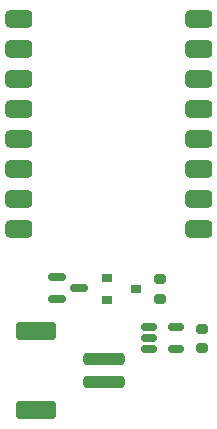
<source format=gbr>
%TF.GenerationSoftware,KiCad,Pcbnew,7.0.7*%
%TF.CreationDate,2023-09-02T22:33:14+10:00*%
%TF.ProjectId,artsey,61727473-6579-42e6-9b69-6361645f7063,rev?*%
%TF.SameCoordinates,Original*%
%TF.FileFunction,Paste,Top*%
%TF.FilePolarity,Positive*%
%FSLAX46Y46*%
G04 Gerber Fmt 4.6, Leading zero omitted, Abs format (unit mm)*
G04 Created by KiCad (PCBNEW 7.0.7) date 2023-09-02 22:33:14*
%MOMM*%
%LPD*%
G01*
G04 APERTURE LIST*
G04 Aperture macros list*
%AMRoundRect*
0 Rectangle with rounded corners*
0 $1 Rounding radius*
0 $2 $3 $4 $5 $6 $7 $8 $9 X,Y pos of 4 corners*
0 Add a 4 corners polygon primitive as box body*
4,1,4,$2,$3,$4,$5,$6,$7,$8,$9,$2,$3,0*
0 Add four circle primitives for the rounded corners*
1,1,$1+$1,$2,$3*
1,1,$1+$1,$4,$5*
1,1,$1+$1,$6,$7*
1,1,$1+$1,$8,$9*
0 Add four rect primitives between the rounded corners*
20,1,$1+$1,$2,$3,$4,$5,0*
20,1,$1+$1,$4,$5,$6,$7,0*
20,1,$1+$1,$6,$7,$8,$9,0*
20,1,$1+$1,$8,$9,$2,$3,0*%
G04 Aperture macros list end*
%ADD10RoundRect,0.150000X-0.512500X-0.150000X0.512500X-0.150000X0.512500X0.150000X-0.512500X0.150000X0*%
%ADD11RoundRect,0.250000X-1.500000X0.250000X-1.500000X-0.250000X1.500000X-0.250000X1.500000X0.250000X0*%
%ADD12RoundRect,0.250001X-1.449999X0.499999X-1.449999X-0.499999X1.449999X-0.499999X1.449999X0.499999X0*%
%ADD13RoundRect,0.200000X0.275000X-0.200000X0.275000X0.200000X-0.275000X0.200000X-0.275000X-0.200000X0*%
%ADD14RoundRect,0.150000X-0.587500X-0.150000X0.587500X-0.150000X0.587500X0.150000X-0.587500X0.150000X0*%
%ADD15RoundRect,0.381000X-0.762000X-0.381000X0.762000X-0.381000X0.762000X0.381000X-0.762000X0.381000X0*%
%ADD16R,0.900000X0.800000*%
G04 APERTURE END LIST*
D10*
%TO.C,U3*%
X114151076Y-54173392D03*
X114151076Y-55123392D03*
X114151076Y-56073392D03*
X116426076Y-56073392D03*
X116426076Y-54173392D03*
%TD*%
D11*
%TO.C,BT1*%
X110281548Y-56852296D03*
X110281548Y-58852296D03*
D12*
X104531548Y-54502296D03*
X104531548Y-61202296D03*
%TD*%
D13*
%TO.C,R2*%
X115044044Y-51805036D03*
X115044044Y-50155036D03*
%TD*%
%TO.C,R1*%
X118615916Y-55972220D03*
X118615916Y-54322220D03*
%TD*%
D14*
%TO.C,U4*%
X106322956Y-49949176D03*
X106322956Y-51849176D03*
X108197956Y-50899176D03*
%TD*%
D15*
%TO.C,U1*%
X118318260Y-28128492D03*
X118318260Y-30668492D03*
X118318260Y-33208492D03*
X118318260Y-35748492D03*
X118318260Y-38288492D03*
X118318260Y-40828492D03*
X118318260Y-43368492D03*
X118318260Y-45908492D03*
X103078260Y-28128492D03*
X103078260Y-30668492D03*
X103078260Y-33208492D03*
X103078260Y-35748492D03*
X103078260Y-38288492D03*
X103078260Y-40828492D03*
X103078260Y-43368492D03*
X103078260Y-45908492D03*
%TD*%
D16*
%TO.C,Q1*%
X110579204Y-50006208D03*
X110579204Y-51906208D03*
X112979204Y-50956208D03*
%TD*%
M02*

</source>
